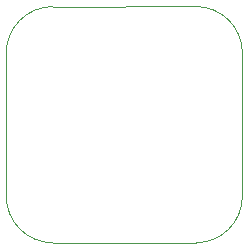
<source format=gbr>
%TF.GenerationSoftware,KiCad,Pcbnew,9.0.0*%
%TF.CreationDate,2025-09-22T19:59:37-07:00*%
%TF.ProjectId,eDNA Tipping Bucket,65444e41-2054-4697-9070-696e67204275,rev?*%
%TF.SameCoordinates,Original*%
%TF.FileFunction,Profile,NP*%
%FSLAX46Y46*%
G04 Gerber Fmt 4.6, Leading zero omitted, Abs format (unit mm)*
G04 Created by KiCad (PCBNEW 9.0.0) date 2025-09-22 19:59:37*
%MOMM*%
%LPD*%
G01*
G04 APERTURE LIST*
%TA.AperFunction,Profile*%
%ADD10C,0.050000*%
%TD*%
G04 APERTURE END LIST*
D10*
X140300000Y-85200000D02*
X152400000Y-85193072D01*
X156349999Y-101250000D02*
G75*
G02*
X152400000Y-105199999I-3949999J0D01*
G01*
X152400000Y-105199999D02*
X140300000Y-105200000D01*
X156349997Y-89143072D02*
X156350000Y-101250000D01*
X152400000Y-85193072D02*
G75*
G02*
X156350028Y-89143072I0J-3950028D01*
G01*
X136350000Y-89150000D02*
G75*
G02*
X140300000Y-85200000I3950000J0D01*
G01*
X140300000Y-105200000D02*
G75*
G02*
X136350000Y-101250000I0J3950000D01*
G01*
X136350000Y-101250000D02*
X136350000Y-89150000D01*
M02*

</source>
